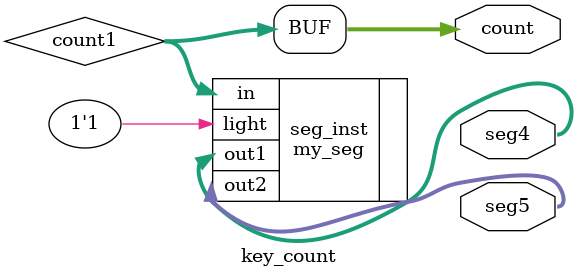
<source format=v>
module key_count(
    output reg [7:0] count,
    output reg [7:0] seg4, seg5
);

    wire [7:0] count1;
    assign count1 = count;

my_seg seg_inst(
    .light(1'b1),
    .in(count1),
    .out1(seg4),
    .out2(seg5)
);

endmodule

</source>
